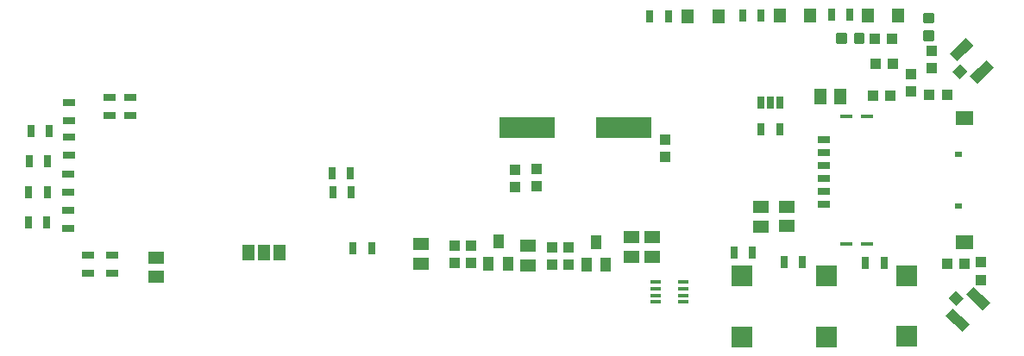
<source format=gbr>
G04 EAGLE Gerber RS-274X export*
G75*
%MOMM*%
%FSLAX34Y34*%
%LPD*%
%INSolderpaste Top*%
%IPPOS*%
%AMOC8*
5,1,8,0,0,1.08239X$1,22.5*%
G01*
%ADD10R,1.500000X1.300000*%
%ADD11R,1.150000X0.650000*%
%ADD12R,1.300000X0.450000*%
%ADD13R,1.700000X1.400000*%
%ADD14R,0.800000X0.540000*%
%ADD15R,1.200000X1.400000*%
%ADD16R,0.800000X1.200000*%
%ADD17R,2.000000X2.000000*%
%ADD18R,1.300000X1.500000*%
%ADD19R,0.660400X1.270000*%
%ADD20R,0.635000X1.270000*%
%ADD21R,1.000000X1.400000*%
%ADD22R,1.000000X1.100000*%
%ADD23R,1.200000X0.800000*%
%ADD24R,1.041400X2.260600*%
%ADD25R,1.041400X1.092200*%
%ADD26R,5.511800X2.006600*%
%ADD27R,1.100000X1.000000*%
%ADD28C,0.300000*%
%ADD29R,0.977900X0.431800*%
%ADD30R,1.080000X1.050000*%
%ADD31R,1.168400X1.600200*%


D10*
X863734Y148506D03*
X863734Y129506D03*
X838388Y148036D03*
X838388Y129036D03*
D11*
X900700Y201950D03*
X900700Y176550D03*
X900700Y151150D03*
X900700Y214650D03*
X900700Y189250D03*
X900700Y163850D03*
D12*
X922400Y237100D03*
X942400Y237100D03*
D13*
X1038000Y235450D03*
X1038000Y113350D03*
D12*
X942400Y111700D03*
X922400Y111700D03*
D14*
X1032200Y149000D03*
X1032200Y199800D03*
D15*
X943150Y336134D03*
X973150Y336134D03*
X856900Y336350D03*
X886900Y336350D03*
X766900Y335550D03*
X796900Y335550D03*
D16*
X747550Y335550D03*
X729550Y335550D03*
X838450Y336650D03*
X820450Y336650D03*
X925950Y337250D03*
X907950Y337250D03*
X811972Y103722D03*
X829972Y103722D03*
D17*
X820180Y80750D03*
X820180Y20750D03*
D18*
X897280Y256540D03*
X916280Y256540D03*
D10*
X244822Y98846D03*
X244822Y79846D03*
D16*
X861420Y93830D03*
X879420Y93830D03*
D17*
X902840Y80250D03*
X902840Y20250D03*
D16*
X941232Y93736D03*
X959232Y93736D03*
D17*
X981590Y81012D03*
X981590Y21012D03*
D19*
X838190Y224640D03*
D20*
X857190Y224640D03*
X838190Y250940D03*
X847690Y250940D03*
X857190Y250940D03*
D16*
X418460Y162904D03*
X436460Y162904D03*
X417698Y181806D03*
X435698Y181806D03*
D21*
X580888Y114188D03*
X590388Y92188D03*
X571388Y92188D03*
X676900Y113610D03*
X686400Y91610D03*
X667400Y91610D03*
D10*
X609952Y110014D03*
X609952Y91014D03*
X732266Y99536D03*
X732266Y118536D03*
X711896Y118650D03*
X711896Y99650D03*
D22*
X649852Y108466D03*
X649852Y91466D03*
X554326Y93464D03*
X554326Y110464D03*
X633390Y108720D03*
X633390Y91720D03*
X537792Y93464D03*
X537792Y110464D03*
D23*
X159586Y232790D03*
X159586Y250790D03*
X159280Y199262D03*
X159280Y217262D03*
X158780Y180976D03*
X158780Y162976D03*
X158324Y145416D03*
X158324Y127416D03*
D24*
G36*
X1030926Y291307D02*
X1023864Y298960D01*
X1040476Y314289D01*
X1047538Y306636D01*
X1030926Y291307D01*
G37*
G36*
X1050871Y269693D02*
X1043809Y277346D01*
X1060421Y292675D01*
X1067483Y285022D01*
X1050871Y269693D01*
G37*
D25*
G36*
X1033462Y273638D02*
X1026400Y281291D01*
X1034426Y288698D01*
X1041488Y281045D01*
X1033462Y273638D01*
G37*
D10*
X504924Y111604D03*
X504924Y92604D03*
D26*
X704354Y225996D03*
X609358Y225996D03*
D22*
X618160Y168446D03*
X618160Y185446D03*
X744722Y214292D03*
X744722Y197292D03*
X597200Y184574D03*
X597200Y167574D03*
D16*
X122008Y223094D03*
X140008Y223094D03*
X120484Y192920D03*
X138484Y192920D03*
X119976Y162492D03*
X137976Y162492D03*
X119722Y133080D03*
X137722Y133080D03*
X456350Y107914D03*
X438350Y107914D03*
D27*
X968422Y288844D03*
X951422Y288844D03*
X965882Y257310D03*
X948882Y257310D03*
D22*
X985932Y278920D03*
X985932Y261920D03*
D27*
X1021040Y258650D03*
X1004040Y258650D03*
D28*
X921322Y310444D02*
X921322Y317444D01*
X921322Y310444D02*
X914322Y310444D01*
X914322Y317444D01*
X921322Y317444D01*
X921322Y313294D02*
X914322Y313294D01*
X914322Y316144D02*
X921322Y316144D01*
X938862Y317444D02*
X938862Y310444D01*
X931862Y310444D01*
X931862Y317444D01*
X938862Y317444D01*
X938862Y313294D02*
X931862Y313294D01*
X931862Y316144D02*
X938862Y316144D01*
D27*
X950096Y313182D03*
X967096Y313182D03*
D23*
X219964Y256142D03*
X219964Y238142D03*
X199644Y256142D03*
X199644Y238142D03*
X201930Y83202D03*
X201930Y101202D03*
X178562Y82948D03*
X178562Y100948D03*
D29*
X762699Y55020D03*
X762699Y61520D03*
X762699Y68020D03*
X762699Y74520D03*
X735394Y74520D03*
X735394Y68020D03*
X735394Y61520D03*
X735394Y55020D03*
D24*
G36*
X1039839Y62404D02*
X1046928Y70033D01*
X1063487Y54646D01*
X1056398Y47017D01*
X1039839Y62404D01*
G37*
G36*
X1019819Y40860D02*
X1026908Y48489D01*
X1043467Y33102D01*
X1036378Y25473D01*
X1019819Y40860D01*
G37*
D25*
G36*
X1022418Y58521D02*
X1029507Y66148D01*
X1037506Y58713D01*
X1030417Y51086D01*
X1022418Y58521D01*
G37*
D27*
X1021216Y92202D03*
X1038216Y92202D03*
D30*
X1054354Y76340D03*
X1054354Y93840D03*
D31*
X366522Y103124D03*
X351282Y103124D03*
X336042Y103124D03*
D28*
X999800Y330390D02*
X1006800Y330390D01*
X999800Y330390D02*
X999800Y337390D01*
X1006800Y337390D01*
X1006800Y330390D01*
X1006800Y333240D02*
X999800Y333240D01*
X999800Y336090D02*
X1006800Y336090D01*
X1006800Y312850D02*
X999800Y312850D01*
X999800Y319850D01*
X1006800Y319850D01*
X1006800Y312850D01*
X1006800Y315700D02*
X999800Y315700D01*
X999800Y318550D02*
X1006800Y318550D01*
D22*
X1006602Y301362D03*
X1006602Y284362D03*
M02*

</source>
